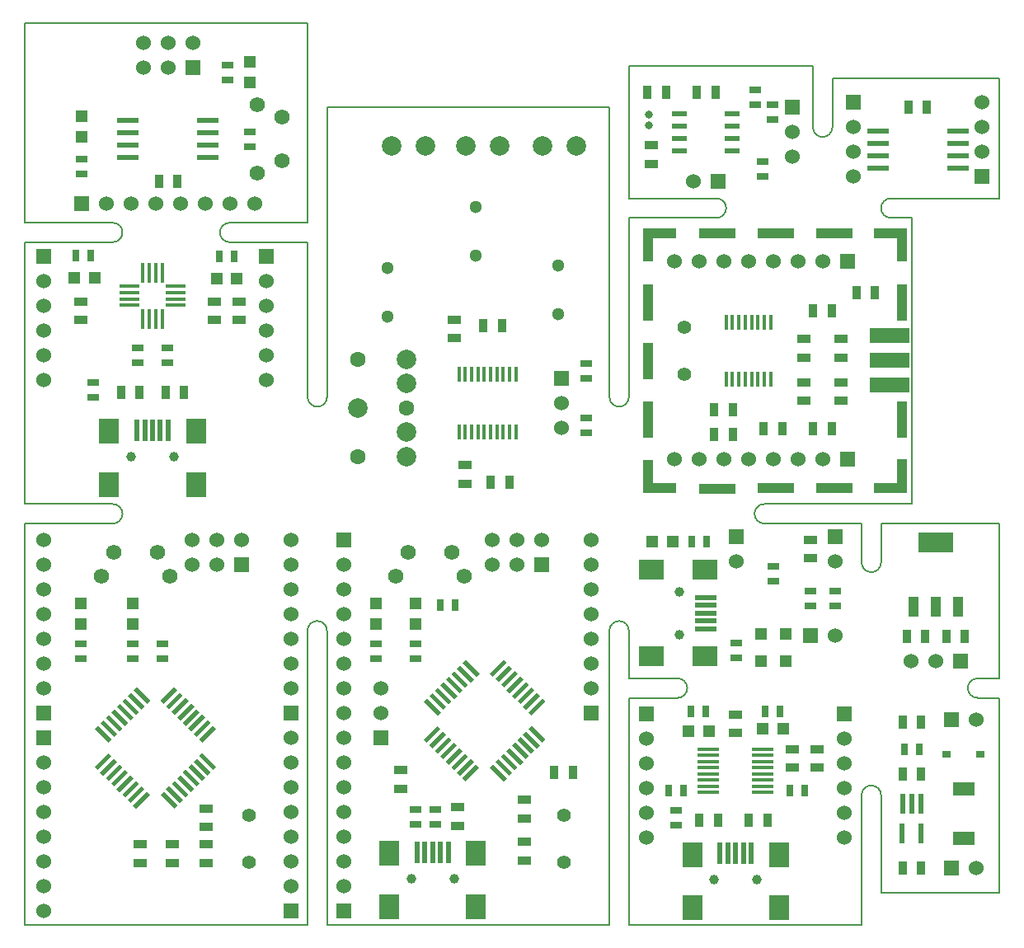
<source format=gts>
G04 (created by PCBNEW (2013-may-18)-stable) date Wed 26 Feb 2014 10:24:25 PM CET*
%MOIN*%
G04 Gerber Fmt 3.4, Leading zero omitted, Abs format*
%FSLAX34Y34*%
G01*
G70*
G90*
G04 APERTURE LIST*
%ADD10C,0.006*%
%ADD11C,0.00590551*%
%ADD12R,0.0393701X0.149606*%
%ADD13R,0.0393701X0.133858*%
%ADD14R,0.133858X0.0393701*%
%ADD15R,0.0393701X0.125984*%
%ADD16R,0.149606X0.0393701*%
%ADD17R,0.055X0.035*%
%ADD18R,0.035X0.055*%
%ADD19C,0.0511811*%
%ADD20R,0.0472X0.0472*%
%ADD21R,0.0472441X0.0472441*%
%ADD22R,0.038189X0.0255906*%
%ADD23R,0.0866142X0.019685*%
%ADD24R,0.0984X0.0787*%
%ADD25R,0.0886X0.0197*%
%ADD26C,0.0394*%
%ADD27R,0.0787X0.0984*%
%ADD28R,0.0197X0.0886*%
%ADD29R,0.159843X0.0598425*%
%ADD30C,0.0629921*%
%ADD31C,0.0787402*%
%ADD32R,0.06X0.06*%
%ADD33C,0.06*%
%ADD34R,0.0866142X0.0551181*%
%ADD35C,0.062*%
%ADD36R,0.0866142X0.015748*%
%ADD37R,0.0177165X0.0590551*%
%ADD38R,0.023622X0.0787402*%
%ADD39R,0.144X0.08*%
%ADD40R,0.04X0.08*%
%ADD41R,0.0787402X0.011811*%
%ADD42R,0.011811X0.0787402*%
%ADD43R,0.0610236X0.023622*%
%ADD44C,0.056*%
%ADD45C,0.0314961*%
%ADD46R,0.025X0.045*%
%ADD47R,0.045X0.025*%
G04 APERTURE END LIST*
G54D10*
G54D11*
X33858Y-46181D02*
X33858Y-53976D01*
X34645Y-46181D02*
G75*
G03X34251Y-45787I-393J0D01*
G74*
G01*
X34251Y-45787D02*
G75*
G03X33858Y-46181I0J-393D01*
G74*
G01*
X34645Y-48110D02*
X34645Y-46181D01*
X36614Y-48110D02*
X34645Y-48110D01*
X37007Y-48503D02*
G75*
G03X36614Y-48110I-393J0D01*
G74*
G01*
X36614Y-48897D02*
G75*
G03X37007Y-48503I0J393D01*
G74*
G01*
X34645Y-48897D02*
X36614Y-48897D01*
X34645Y-53976D02*
X34645Y-48897D01*
X44055Y-41850D02*
X40118Y-41850D01*
X44842Y-52834D02*
X44842Y-56771D01*
X44842Y-52834D02*
G75*
G03X44448Y-52440I-393J0D01*
G74*
G01*
X44448Y-52440D02*
G75*
G03X44055Y-52834I0J-393D01*
G74*
G01*
X44055Y-56771D02*
X44055Y-52834D01*
X44842Y-43425D02*
X44842Y-41850D01*
X44448Y-43818D02*
G75*
G03X44842Y-43425I0J393D01*
G74*
G01*
X44055Y-43425D02*
G75*
G03X44448Y-43818I393J0D01*
G74*
G01*
X44055Y-41850D02*
X44055Y-43425D01*
X40118Y-41062D02*
X44094Y-41062D01*
X40118Y-41062D02*
G75*
G03X39724Y-41456I0J-393D01*
G74*
G01*
X39724Y-41456D02*
G75*
G03X40118Y-41850I393J0D01*
G74*
G01*
X46102Y-28700D02*
X45236Y-28700D01*
X45236Y-28700D02*
G75*
G03X44842Y-29094I0J-393D01*
G74*
G01*
X44842Y-29094D02*
G75*
G03X45236Y-29488I393J0D01*
G74*
G01*
X46102Y-29488D02*
X45236Y-29488D01*
X46102Y-41062D02*
X46102Y-29488D01*
X42086Y-23346D02*
X34645Y-23346D01*
X42086Y-25826D02*
X42086Y-23346D01*
X42086Y-25826D02*
G75*
G03X42480Y-26220I393J0D01*
G74*
G01*
X42480Y-26220D02*
G75*
G03X42874Y-25826I0J393D01*
G74*
G01*
X42874Y-23858D02*
X42874Y-25826D01*
X43385Y-23858D02*
X42874Y-23858D01*
X34645Y-28700D02*
X34645Y-25000D01*
X38188Y-28700D02*
X34645Y-28700D01*
X38582Y-29094D02*
G75*
G03X38188Y-28700I-393J0D01*
G74*
G01*
X38188Y-29488D02*
G75*
G03X38582Y-29094I0J393D01*
G74*
G01*
X34645Y-29488D02*
X38188Y-29488D01*
X34645Y-36732D02*
X34645Y-29488D01*
X34251Y-37125D02*
G75*
G03X34645Y-36732I0J393D01*
G74*
G01*
X33858Y-36732D02*
G75*
G03X34251Y-37125I393J0D01*
G74*
G01*
X33858Y-25000D02*
X33858Y-36732D01*
X21653Y-36732D02*
X21653Y-30472D01*
X22440Y-36732D02*
X22440Y-25000D01*
X22047Y-37125D02*
G75*
G03X22440Y-36732I0J393D01*
G74*
G01*
X21653Y-36732D02*
G75*
G03X22047Y-37125I393J0D01*
G74*
G01*
X22440Y-55944D02*
X22440Y-46181D01*
X21653Y-46141D02*
X21653Y-55944D01*
X22086Y-45787D02*
G75*
G03X21653Y-46141I-39J-393D01*
G74*
G01*
X22440Y-46181D02*
G75*
G03X22047Y-45787I-393J0D01*
G74*
G01*
X11811Y-41850D02*
X13779Y-41850D01*
X13779Y-41062D02*
X11771Y-41062D01*
X13779Y-41850D02*
G75*
G03X14173Y-41456I0J393D01*
G74*
G01*
X14173Y-41456D02*
G75*
G03X13779Y-41062I-393J0D01*
G74*
G01*
X18503Y-30472D02*
X21653Y-30472D01*
X21653Y-29685D02*
X18503Y-29685D01*
X13464Y-30472D02*
X13779Y-30472D01*
X13779Y-29685D02*
X13425Y-29685D01*
X13779Y-30472D02*
G75*
G03X14173Y-30078I0J393D01*
G74*
G01*
X14173Y-30078D02*
G75*
G03X13779Y-29685I-393J0D01*
G74*
G01*
X22440Y-25000D02*
X33858Y-25000D01*
X18110Y-30078D02*
G75*
G03X18503Y-30472I393J0D01*
G74*
G01*
X18503Y-29685D02*
G75*
G03X18110Y-30078I0J-393D01*
G74*
G01*
X21653Y-25000D02*
X21653Y-29685D01*
X49606Y-56771D02*
X49606Y-48897D01*
X44055Y-56771D02*
X44055Y-57086D01*
X49606Y-56771D02*
X44842Y-56771D01*
X43385Y-23858D02*
X49606Y-23858D01*
X44133Y-41062D02*
X44094Y-41062D01*
X21653Y-55984D02*
X21653Y-55944D01*
X22440Y-55984D02*
X22440Y-55944D01*
X34645Y-54015D02*
X34645Y-53976D01*
X33858Y-54015D02*
X33858Y-53976D01*
X44055Y-57125D02*
X44055Y-57086D01*
X10236Y-41850D02*
X10236Y-58070D01*
X11811Y-41850D02*
X10236Y-41850D01*
X11771Y-41062D02*
X11692Y-41062D01*
X10236Y-41062D02*
X11692Y-41062D01*
X10236Y-30472D02*
X10236Y-41062D01*
X13464Y-30472D02*
X10236Y-30472D01*
X12480Y-29685D02*
X13425Y-29685D01*
X10236Y-29685D02*
X12480Y-29685D01*
X10236Y-21614D02*
X10236Y-29685D01*
X21653Y-21614D02*
X10236Y-21614D01*
X21653Y-25000D02*
X21653Y-21614D01*
X34645Y-24685D02*
X34645Y-25000D01*
X34645Y-23346D02*
X34645Y-24685D01*
X49606Y-28700D02*
X49606Y-23858D01*
X49606Y-28700D02*
X46102Y-28700D01*
X44133Y-41062D02*
X46102Y-41062D01*
X49606Y-41850D02*
X44842Y-41850D01*
X49606Y-48110D02*
X49606Y-41850D01*
X48740Y-48110D02*
X49606Y-48110D01*
X49015Y-48897D02*
X48740Y-48897D01*
X48740Y-48110D02*
G75*
G03X48346Y-48503I0J-393D01*
G74*
G01*
X48346Y-48503D02*
G75*
G03X48740Y-48897I393J0D01*
G74*
G01*
X49606Y-48897D02*
X49015Y-48897D01*
X44055Y-57322D02*
X44055Y-57125D01*
X44055Y-58070D02*
X44055Y-57322D01*
X34645Y-58070D02*
X44055Y-58070D01*
X34645Y-54015D02*
X34645Y-58070D01*
X33858Y-54015D02*
X33858Y-58070D01*
X22440Y-58070D02*
X33858Y-58070D01*
X22440Y-55984D02*
X22440Y-58070D01*
X21653Y-55984D02*
X21653Y-58070D01*
X10236Y-58070D02*
X21653Y-58070D01*
G54D12*
X35419Y-32916D03*
X35419Y-35278D03*
X35419Y-37641D03*
G54D13*
X35419Y-30593D03*
G54D14*
X35892Y-30121D03*
X35892Y-40396D03*
G54D15*
X35419Y-39924D03*
G54D16*
X38215Y-30121D03*
X40577Y-30121D03*
X42939Y-30121D03*
G54D14*
X45223Y-30121D03*
G54D16*
X38215Y-40436D03*
X40577Y-40396D03*
X42939Y-40396D03*
G54D14*
X45223Y-40396D03*
G54D13*
X45695Y-30593D03*
G54D12*
X45695Y-32916D03*
X45695Y-37641D03*
G54D13*
X45695Y-39924D03*
G54D17*
X42000Y-42502D03*
X42000Y-43252D03*
X41266Y-51721D03*
X41266Y-50971D03*
X42266Y-51721D03*
X42266Y-50971D03*
G54D18*
X38241Y-53846D03*
X37491Y-53846D03*
X39491Y-53846D03*
X40241Y-53846D03*
G54D17*
X38966Y-50321D03*
X38966Y-49571D03*
G54D18*
X38852Y-37258D03*
X38102Y-37258D03*
X38852Y-38258D03*
X38102Y-38258D03*
X43852Y-32508D03*
X44602Y-32508D03*
X40102Y-38008D03*
X40852Y-38008D03*
G54D17*
X41727Y-35133D03*
X41727Y-34383D03*
X43227Y-35133D03*
X43227Y-34383D03*
G54D18*
X42102Y-38008D03*
X42852Y-38008D03*
X45708Y-55783D03*
X46458Y-55783D03*
X45708Y-51983D03*
X46458Y-51983D03*
X46458Y-49883D03*
X45708Y-49883D03*
X47487Y-46417D03*
X48237Y-46417D03*
X46637Y-46417D03*
X45887Y-46417D03*
G54D17*
X16200Y-54825D03*
X16200Y-55575D03*
X14900Y-54825D03*
X14900Y-55575D03*
X17559Y-54115D03*
X17559Y-53365D03*
X17559Y-55571D03*
X17559Y-54821D03*
G54D18*
X31632Y-51929D03*
X32382Y-51929D03*
G54D17*
X27710Y-53325D03*
X27710Y-54075D03*
X25410Y-51825D03*
X25410Y-52575D03*
X30410Y-55475D03*
X30410Y-54725D03*
X30410Y-53775D03*
X30410Y-53025D03*
G54D18*
X15639Y-28007D03*
X16389Y-28007D03*
X46699Y-25018D03*
X45949Y-25018D03*
G54D17*
X17887Y-32867D03*
X17887Y-33617D03*
X18887Y-32867D03*
X18887Y-33617D03*
G54D18*
X14862Y-36542D03*
X14112Y-36542D03*
X15912Y-36542D03*
X16662Y-36542D03*
G54D17*
X12487Y-32867D03*
X12487Y-33617D03*
G54D18*
X28758Y-33858D03*
X29508Y-33858D03*
G54D19*
X24901Y-31496D03*
X24901Y-33464D03*
G54D17*
X28030Y-40245D03*
X28030Y-39495D03*
G54D19*
X28444Y-31003D03*
X28444Y-29035D03*
G54D17*
X27598Y-33601D03*
X27598Y-34351D03*
G54D19*
X31791Y-33366D03*
X31791Y-31397D03*
G54D18*
X29055Y-40170D03*
X29805Y-40170D03*
X35388Y-24429D03*
X36138Y-24429D03*
G54D17*
X35563Y-26554D03*
X35563Y-27304D03*
G54D18*
X38138Y-24429D03*
X37388Y-24429D03*
G54D20*
X36413Y-42577D03*
X35587Y-42577D03*
G54D21*
X40000Y-47429D03*
X40000Y-46326D03*
X41000Y-47429D03*
X41000Y-46326D03*
G54D20*
X40885Y-50157D03*
X40059Y-50157D03*
X37053Y-50246D03*
X37879Y-50246D03*
G54D22*
X48868Y-51183D03*
X47498Y-51183D03*
G54D20*
X14600Y-45913D03*
X14600Y-45087D03*
X12500Y-45913D03*
X12500Y-45087D03*
X26010Y-45913D03*
X26010Y-45087D03*
X24410Y-45913D03*
X24410Y-45087D03*
X19314Y-23194D03*
X19314Y-24020D03*
X12514Y-26220D03*
X12514Y-25394D03*
X18800Y-31942D03*
X17974Y-31942D03*
X12224Y-31929D03*
X13050Y-31929D03*
G54D23*
X14400Y-27057D03*
X14400Y-26557D03*
X14400Y-26057D03*
X14400Y-25557D03*
X17628Y-27057D03*
X17628Y-26557D03*
X17628Y-26057D03*
X17628Y-25557D03*
G54D24*
X35570Y-47229D03*
X37716Y-47229D03*
X35570Y-43725D03*
X37716Y-43725D03*
G54D25*
X37765Y-45477D03*
X37765Y-45792D03*
X37765Y-46107D03*
X37765Y-45162D03*
X37765Y-44847D03*
G54D26*
X36700Y-46343D03*
X36700Y-44611D03*
G54D27*
X40718Y-57376D03*
X40718Y-55230D03*
X37214Y-57376D03*
X37214Y-55230D03*
G54D28*
X38966Y-55181D03*
X39281Y-55181D03*
X39596Y-55181D03*
X38651Y-55181D03*
X38336Y-55181D03*
G54D26*
X39832Y-56246D03*
X38100Y-56246D03*
G54D29*
X45177Y-34258D03*
X45177Y-35258D03*
X45177Y-36258D03*
X45177Y-34258D03*
X45177Y-36258D03*
G54D27*
X28462Y-57330D03*
X28462Y-55184D03*
X24958Y-57330D03*
X24958Y-55184D03*
G54D28*
X26710Y-55135D03*
X27025Y-55135D03*
X27340Y-55135D03*
X26395Y-55135D03*
X26080Y-55135D03*
G54D26*
X27576Y-56200D03*
X25844Y-56200D03*
G54D27*
X17139Y-40272D03*
X17139Y-38126D03*
X13635Y-40272D03*
X13635Y-38126D03*
G54D28*
X15387Y-38077D03*
X15702Y-38077D03*
X16017Y-38077D03*
X15072Y-38077D03*
X14757Y-38077D03*
G54D26*
X16253Y-39142D03*
X14521Y-39142D03*
G54D30*
X23689Y-35202D03*
X23689Y-39139D03*
X25658Y-37170D03*
G54D31*
X23689Y-37170D03*
X25658Y-39139D03*
X25658Y-38155D03*
X25658Y-36186D03*
X25658Y-35202D03*
G54D32*
X48062Y-47417D03*
G54D33*
X47062Y-47417D03*
X46062Y-47417D03*
G54D32*
X24610Y-50500D03*
G54D33*
X24610Y-49500D03*
X24610Y-48500D03*
G54D32*
X31930Y-35970D03*
G54D33*
X31930Y-36970D03*
X31930Y-37970D03*
G54D32*
X41263Y-25029D03*
G54D33*
X41263Y-26029D03*
X41263Y-27029D03*
G54D18*
X42852Y-33258D03*
X42102Y-33258D03*
G54D17*
X41727Y-36133D03*
X41727Y-36883D03*
X43227Y-36133D03*
X43227Y-36883D03*
G54D34*
X48183Y-54587D03*
X48183Y-52579D03*
G54D32*
X43000Y-42377D03*
G54D33*
X43000Y-43377D03*
G54D32*
X39000Y-42377D03*
G54D33*
X39000Y-43377D03*
G54D32*
X42000Y-46377D03*
G54D33*
X43000Y-46377D03*
G54D32*
X35366Y-49546D03*
G54D33*
X35366Y-50546D03*
X35366Y-51546D03*
X35366Y-52546D03*
X35366Y-53546D03*
X35366Y-54546D03*
G54D32*
X43366Y-49546D03*
G54D33*
X43366Y-50546D03*
X43366Y-51546D03*
X43366Y-52546D03*
X43366Y-53546D03*
X43366Y-54546D03*
G54D32*
X43477Y-31258D03*
G54D33*
X42477Y-31258D03*
X41477Y-31258D03*
X40477Y-31258D03*
X39477Y-31258D03*
X38477Y-31258D03*
X37477Y-31258D03*
X36477Y-31258D03*
G54D32*
X43477Y-39258D03*
G54D33*
X42477Y-39258D03*
X41477Y-39258D03*
X40477Y-39258D03*
X39477Y-39258D03*
X38477Y-39258D03*
X37477Y-39258D03*
X36477Y-39258D03*
G54D32*
X47683Y-55783D03*
G54D33*
X48683Y-55783D03*
G54D32*
X47683Y-49783D03*
G54D33*
X48683Y-49783D03*
G54D32*
X11000Y-49500D03*
G54D33*
X11000Y-48500D03*
X11000Y-47500D03*
X11000Y-46500D03*
X11000Y-45500D03*
X11000Y-44500D03*
X11000Y-43500D03*
X11000Y-42500D03*
G54D32*
X21000Y-49500D03*
G54D33*
X21000Y-48500D03*
X21000Y-47500D03*
X21000Y-46500D03*
X21000Y-45500D03*
X21000Y-44500D03*
X21000Y-43500D03*
X21000Y-42500D03*
G54D32*
X11000Y-50500D03*
G54D33*
X11000Y-51500D03*
X11000Y-52500D03*
X11000Y-53500D03*
X11000Y-54500D03*
X11000Y-55500D03*
X11000Y-56500D03*
X11000Y-57500D03*
G54D32*
X21000Y-57500D03*
G54D33*
X21000Y-56500D03*
X21000Y-55500D03*
X21000Y-54500D03*
X21000Y-53500D03*
X21000Y-52500D03*
X21000Y-51500D03*
X21000Y-50500D03*
G54D32*
X19000Y-43500D03*
G54D33*
X18000Y-43500D03*
X17000Y-43500D03*
X19000Y-42500D03*
X18000Y-42500D03*
X17000Y-42500D03*
G54D32*
X23110Y-42500D03*
G54D33*
X23110Y-43500D03*
X23110Y-44500D03*
X23110Y-45500D03*
X23110Y-46500D03*
X23110Y-47500D03*
X23110Y-48500D03*
X23110Y-49500D03*
G54D32*
X23110Y-57500D03*
G54D33*
X23110Y-56500D03*
X23110Y-55500D03*
X23110Y-54500D03*
X23110Y-53500D03*
X23110Y-52500D03*
X23110Y-51500D03*
X23110Y-50500D03*
G54D32*
X33110Y-49500D03*
G54D33*
X33110Y-48500D03*
X33110Y-47500D03*
X33110Y-46500D03*
X33110Y-45500D03*
X33110Y-44500D03*
X33110Y-43500D03*
X33110Y-42500D03*
G54D32*
X31110Y-43500D03*
G54D33*
X30110Y-43500D03*
X29110Y-43500D03*
X31110Y-42500D03*
X30110Y-42500D03*
X29110Y-42500D03*
G54D32*
X12514Y-28907D03*
G54D33*
X13514Y-28907D03*
X14514Y-28907D03*
X15514Y-28907D03*
X16514Y-28907D03*
X17514Y-28907D03*
X18514Y-28907D03*
X19514Y-28907D03*
G54D32*
X17014Y-23407D03*
G54D33*
X16014Y-23407D03*
X15014Y-23407D03*
X17014Y-22407D03*
X16014Y-22407D03*
X15014Y-22407D03*
G54D32*
X43724Y-24818D03*
G54D33*
X43724Y-25818D03*
X43724Y-26818D03*
X43724Y-27818D03*
G54D32*
X48924Y-27818D03*
G54D33*
X48924Y-26818D03*
X48924Y-25818D03*
X48924Y-24818D03*
G54D32*
X10987Y-31042D03*
G54D33*
X10987Y-32042D03*
X10987Y-33042D03*
X10987Y-34042D03*
X10987Y-35042D03*
X10987Y-36042D03*
G54D32*
X19987Y-31042D03*
G54D33*
X19987Y-32042D03*
X19987Y-33042D03*
X19987Y-34042D03*
X19987Y-35042D03*
X19987Y-36042D03*
G54D31*
X26419Y-26570D03*
X25041Y-26570D03*
X29419Y-26570D03*
X28041Y-26570D03*
X32519Y-26570D03*
X31141Y-26570D03*
G54D32*
X38263Y-28029D03*
G54D33*
X37263Y-28029D03*
G54D35*
X16080Y-43980D03*
X13320Y-43980D03*
X13815Y-43000D03*
X15585Y-43000D03*
X27990Y-43980D03*
X25230Y-43980D03*
X25725Y-43000D03*
X27495Y-43000D03*
X19634Y-27687D03*
X19634Y-24927D03*
X20614Y-25422D03*
X20614Y-27192D03*
G54D36*
X37864Y-50972D03*
X37864Y-51222D03*
X37864Y-51472D03*
X37864Y-51722D03*
X37864Y-51972D03*
X37864Y-52222D03*
X37864Y-52472D03*
X37864Y-52722D03*
X40069Y-52722D03*
X40069Y-52472D03*
X40069Y-52222D03*
X40069Y-51972D03*
X40069Y-51722D03*
X40069Y-51472D03*
X40069Y-51222D03*
X40069Y-50972D03*
G54D37*
X40373Y-33697D03*
X40117Y-33697D03*
X39861Y-33697D03*
X39605Y-33697D03*
X39349Y-33697D03*
X39093Y-33697D03*
X38837Y-33697D03*
X38581Y-33697D03*
X38581Y-36020D03*
X38837Y-36020D03*
X39093Y-36020D03*
X39349Y-36020D03*
X39605Y-36020D03*
X39861Y-36020D03*
X40117Y-36020D03*
X40373Y-36020D03*
G54D38*
X46457Y-53193D03*
X46083Y-53193D03*
X45709Y-53193D03*
X45689Y-54374D03*
X46457Y-54374D03*
G54D39*
X47062Y-42617D03*
G54D40*
X47062Y-45217D03*
X47962Y-45217D03*
X46162Y-45217D03*
G54D10*
G36*
X17954Y-51683D02*
X17829Y-51808D01*
X17272Y-51252D01*
X17397Y-51126D01*
X17954Y-51683D01*
X17954Y-51683D01*
G37*
G36*
X17731Y-51906D02*
X17606Y-52031D01*
X17049Y-51474D01*
X17175Y-51349D01*
X17731Y-51906D01*
X17731Y-51906D01*
G37*
G36*
X17508Y-52128D02*
X17383Y-52254D01*
X16827Y-51697D01*
X16952Y-51572D01*
X17508Y-52128D01*
X17508Y-52128D01*
G37*
G36*
X17286Y-52351D02*
X17160Y-52476D01*
X16604Y-51920D01*
X16729Y-51795D01*
X17286Y-52351D01*
X17286Y-52351D01*
G37*
G36*
X17063Y-52574D02*
X16938Y-52699D01*
X16381Y-52143D01*
X16506Y-52017D01*
X17063Y-52574D01*
X17063Y-52574D01*
G37*
G36*
X16840Y-52797D02*
X16715Y-52922D01*
X16159Y-52365D01*
X16284Y-52240D01*
X16840Y-52797D01*
X16840Y-52797D01*
G37*
G36*
X16617Y-53019D02*
X16492Y-53145D01*
X15936Y-52588D01*
X16061Y-52463D01*
X16617Y-53019D01*
X16617Y-53019D01*
G37*
G36*
X16395Y-53242D02*
X16270Y-53367D01*
X15713Y-52811D01*
X15838Y-52686D01*
X16395Y-53242D01*
X16395Y-53242D01*
G37*
G36*
X13733Y-50578D02*
X13608Y-50703D01*
X13051Y-50146D01*
X13177Y-50021D01*
X13733Y-50578D01*
X13733Y-50578D01*
G37*
G36*
X15296Y-49015D02*
X15171Y-49140D01*
X14614Y-48584D01*
X14739Y-48459D01*
X15296Y-49015D01*
X15296Y-49015D01*
G37*
G36*
X15070Y-49241D02*
X14944Y-49366D01*
X14388Y-48810D01*
X14513Y-48685D01*
X15070Y-49241D01*
X15070Y-49241D01*
G37*
G36*
X14843Y-49468D02*
X14718Y-49593D01*
X14162Y-49036D01*
X14287Y-48911D01*
X14843Y-49468D01*
X14843Y-49468D01*
G37*
G36*
X14624Y-49687D02*
X14499Y-49812D01*
X13942Y-49255D01*
X14068Y-49130D01*
X14624Y-49687D01*
X14624Y-49687D01*
G37*
G36*
X14398Y-49913D02*
X14273Y-50038D01*
X13716Y-49482D01*
X13841Y-49357D01*
X14398Y-49913D01*
X14398Y-49913D01*
G37*
G36*
X14179Y-50132D02*
X14053Y-50257D01*
X13497Y-49701D01*
X13622Y-49576D01*
X14179Y-50132D01*
X14179Y-50132D01*
G37*
G36*
X13952Y-50359D02*
X13827Y-50484D01*
X13271Y-49927D01*
X13396Y-49802D01*
X13952Y-50359D01*
X13952Y-50359D01*
G37*
G36*
X15283Y-52814D02*
X14727Y-53370D01*
X14601Y-53245D01*
X15158Y-52688D01*
X15283Y-52814D01*
X15283Y-52814D01*
G37*
G36*
X15061Y-52592D02*
X14505Y-53148D01*
X14379Y-53023D01*
X14936Y-52466D01*
X15061Y-52592D01*
X15061Y-52592D01*
G37*
G36*
X14838Y-52368D02*
X14281Y-52925D01*
X14156Y-52799D01*
X14712Y-52243D01*
X14838Y-52368D01*
X14838Y-52368D01*
G37*
G36*
X14616Y-52146D02*
X14059Y-52703D01*
X13934Y-52577D01*
X14490Y-52021D01*
X14616Y-52146D01*
X14616Y-52146D01*
G37*
G36*
X14392Y-51923D02*
X13836Y-52479D01*
X13711Y-52354D01*
X14267Y-51798D01*
X14392Y-51923D01*
X14392Y-51923D01*
G37*
G36*
X14170Y-51701D02*
X13614Y-52257D01*
X13488Y-52132D01*
X14045Y-51575D01*
X14170Y-51701D01*
X14170Y-51701D01*
G37*
G36*
X13947Y-51477D02*
X13390Y-52034D01*
X13265Y-51909D01*
X13822Y-51352D01*
X13947Y-51477D01*
X13947Y-51477D01*
G37*
G36*
X13725Y-51255D02*
X13168Y-51812D01*
X13043Y-51687D01*
X13600Y-51130D01*
X13725Y-51255D01*
X13725Y-51255D01*
G37*
G36*
X17955Y-50139D02*
X17398Y-50696D01*
X17273Y-50571D01*
X17829Y-50014D01*
X17955Y-50139D01*
X17955Y-50139D01*
G37*
G36*
X17735Y-49920D02*
X17179Y-50477D01*
X17054Y-50351D01*
X17610Y-49795D01*
X17735Y-49920D01*
X17735Y-49920D01*
G37*
G36*
X17509Y-49694D02*
X16953Y-50250D01*
X16827Y-50125D01*
X17384Y-49569D01*
X17509Y-49694D01*
X17509Y-49694D01*
G37*
G36*
X17290Y-49475D02*
X16733Y-50031D01*
X16608Y-49906D01*
X17165Y-49350D01*
X17290Y-49475D01*
X17290Y-49475D01*
G37*
G36*
X17071Y-49255D02*
X16514Y-49812D01*
X16389Y-49687D01*
X16946Y-49130D01*
X17071Y-49255D01*
X17071Y-49255D01*
G37*
G36*
X16844Y-49029D02*
X16288Y-49586D01*
X16163Y-49461D01*
X16719Y-48904D01*
X16844Y-49029D01*
X16844Y-49029D01*
G37*
G36*
X16618Y-48803D02*
X16062Y-49359D01*
X15936Y-49234D01*
X16493Y-48678D01*
X16618Y-48803D01*
X16618Y-48803D01*
G37*
G36*
X16392Y-48577D02*
X15835Y-49133D01*
X15710Y-49008D01*
X16267Y-48451D01*
X16392Y-48577D01*
X16392Y-48577D01*
G37*
G36*
X31264Y-50583D02*
X31139Y-50708D01*
X30582Y-50152D01*
X30708Y-50026D01*
X31264Y-50583D01*
X31264Y-50583D01*
G37*
G36*
X31041Y-50806D02*
X30916Y-50931D01*
X30360Y-50374D01*
X30485Y-50249D01*
X31041Y-50806D01*
X31041Y-50806D01*
G37*
G36*
X30819Y-51028D02*
X30693Y-51154D01*
X30137Y-50597D01*
X30262Y-50472D01*
X30819Y-51028D01*
X30819Y-51028D01*
G37*
G36*
X30596Y-51251D02*
X30471Y-51376D01*
X29914Y-50820D01*
X30039Y-50695D01*
X30596Y-51251D01*
X30596Y-51251D01*
G37*
G36*
X30373Y-51474D02*
X30248Y-51599D01*
X29691Y-51043D01*
X29817Y-50917D01*
X30373Y-51474D01*
X30373Y-51474D01*
G37*
G36*
X30150Y-51697D02*
X30025Y-51822D01*
X29469Y-51265D01*
X29594Y-51140D01*
X30150Y-51697D01*
X30150Y-51697D01*
G37*
G36*
X29928Y-51919D02*
X29803Y-52045D01*
X29246Y-51488D01*
X29371Y-51363D01*
X29928Y-51919D01*
X29928Y-51919D01*
G37*
G36*
X29705Y-52142D02*
X29580Y-52267D01*
X29023Y-51711D01*
X29148Y-51586D01*
X29705Y-52142D01*
X29705Y-52142D01*
G37*
G36*
X27043Y-49478D02*
X26918Y-49603D01*
X26362Y-49046D01*
X26487Y-48921D01*
X27043Y-49478D01*
X27043Y-49478D01*
G37*
G36*
X28606Y-47915D02*
X28481Y-48040D01*
X27924Y-47484D01*
X28050Y-47359D01*
X28606Y-47915D01*
X28606Y-47915D01*
G37*
G36*
X28380Y-48141D02*
X28255Y-48266D01*
X27698Y-47710D01*
X27823Y-47585D01*
X28380Y-48141D01*
X28380Y-48141D01*
G37*
G36*
X28154Y-48368D02*
X28028Y-48493D01*
X27472Y-47936D01*
X27597Y-47811D01*
X28154Y-48368D01*
X28154Y-48368D01*
G37*
G36*
X27934Y-48587D02*
X27809Y-48712D01*
X27253Y-48155D01*
X27378Y-48030D01*
X27934Y-48587D01*
X27934Y-48587D01*
G37*
G36*
X27708Y-48813D02*
X27583Y-48938D01*
X27026Y-48382D01*
X27152Y-48257D01*
X27708Y-48813D01*
X27708Y-48813D01*
G37*
G36*
X27489Y-49032D02*
X27364Y-49157D01*
X26807Y-48601D01*
X26932Y-48476D01*
X27489Y-49032D01*
X27489Y-49032D01*
G37*
G36*
X27263Y-49259D02*
X27137Y-49384D01*
X26581Y-48827D01*
X26706Y-48702D01*
X27263Y-49259D01*
X27263Y-49259D01*
G37*
G36*
X28593Y-51714D02*
X28037Y-52270D01*
X27912Y-52145D01*
X28468Y-51588D01*
X28593Y-51714D01*
X28593Y-51714D01*
G37*
G36*
X28371Y-51492D02*
X27815Y-52048D01*
X27690Y-51923D01*
X28246Y-51366D01*
X28371Y-51492D01*
X28371Y-51492D01*
G37*
G36*
X28148Y-51268D02*
X27591Y-51825D01*
X27466Y-51699D01*
X28023Y-51143D01*
X28148Y-51268D01*
X28148Y-51268D01*
G37*
G36*
X27926Y-51046D02*
X27369Y-51603D01*
X27244Y-51477D01*
X27801Y-50921D01*
X27926Y-51046D01*
X27926Y-51046D01*
G37*
G36*
X27702Y-50823D02*
X27146Y-51379D01*
X27021Y-51254D01*
X27577Y-50698D01*
X27702Y-50823D01*
X27702Y-50823D01*
G37*
G36*
X27480Y-50601D02*
X26924Y-51157D01*
X26799Y-51032D01*
X27355Y-50475D01*
X27480Y-50601D01*
X27480Y-50601D01*
G37*
G36*
X27257Y-50377D02*
X26700Y-50934D01*
X26575Y-50809D01*
X27132Y-50252D01*
X27257Y-50377D01*
X27257Y-50377D01*
G37*
G36*
X27035Y-50155D02*
X26478Y-50712D01*
X26353Y-50587D01*
X26910Y-50030D01*
X27035Y-50155D01*
X27035Y-50155D01*
G37*
G36*
X31265Y-49039D02*
X30708Y-49596D01*
X30583Y-49471D01*
X31140Y-48914D01*
X31265Y-49039D01*
X31265Y-49039D01*
G37*
G36*
X31046Y-48820D02*
X30489Y-49377D01*
X30364Y-49251D01*
X30920Y-48695D01*
X31046Y-48820D01*
X31046Y-48820D01*
G37*
G36*
X30819Y-48594D02*
X30263Y-49150D01*
X30138Y-49025D01*
X30694Y-48469D01*
X30819Y-48594D01*
X30819Y-48594D01*
G37*
G36*
X30600Y-48375D02*
X30044Y-48931D01*
X29918Y-48806D01*
X30475Y-48250D01*
X30600Y-48375D01*
X30600Y-48375D01*
G37*
G36*
X30381Y-48155D02*
X29824Y-48712D01*
X29699Y-48587D01*
X30256Y-48030D01*
X30381Y-48155D01*
X30381Y-48155D01*
G37*
G36*
X30155Y-47929D02*
X29598Y-48486D01*
X29473Y-48361D01*
X30029Y-47804D01*
X30155Y-47929D01*
X30155Y-47929D01*
G37*
G36*
X29928Y-47703D02*
X29372Y-48259D01*
X29247Y-48134D01*
X29803Y-47578D01*
X29928Y-47703D01*
X29928Y-47703D01*
G37*
G36*
X29702Y-47477D02*
X29146Y-48033D01*
X29020Y-47908D01*
X29577Y-47351D01*
X29702Y-47477D01*
X29702Y-47477D01*
G37*
G54D23*
X47938Y-25968D03*
X47938Y-26468D03*
X47938Y-26968D03*
X47938Y-27468D03*
X44710Y-25968D03*
X44710Y-26468D03*
X44710Y-26968D03*
X44710Y-27468D03*
G54D41*
X14442Y-32258D03*
X14442Y-32514D03*
X14442Y-32770D03*
X14442Y-33026D03*
G54D42*
X15003Y-33587D03*
X15259Y-33587D03*
X15515Y-33587D03*
X15771Y-33587D03*
G54D41*
X16332Y-33026D03*
X16332Y-32770D03*
X16332Y-32514D03*
X16332Y-32258D03*
G54D42*
X15515Y-31697D03*
X15259Y-31697D03*
X15003Y-31697D03*
X15771Y-31697D03*
G54D37*
X27779Y-38132D03*
X28035Y-38132D03*
X28290Y-38132D03*
X28546Y-38132D03*
X28802Y-38132D03*
X29058Y-38132D03*
X29314Y-38132D03*
X29570Y-38132D03*
X29826Y-38132D03*
X30082Y-38132D03*
X30082Y-35809D03*
X29826Y-35809D03*
X29570Y-35809D03*
X29314Y-35809D03*
X29058Y-35809D03*
X28802Y-35809D03*
X28546Y-35809D03*
X28290Y-35809D03*
X28035Y-35809D03*
X27779Y-35809D03*
G54D43*
X36700Y-25279D03*
X36700Y-25779D03*
X36700Y-26279D03*
X36700Y-26779D03*
X38826Y-26779D03*
X38826Y-26279D03*
X38826Y-25779D03*
X38826Y-25279D03*
G54D44*
X36877Y-33897D03*
X36877Y-35819D03*
X19300Y-55561D03*
X19300Y-53639D03*
X32010Y-53639D03*
X32010Y-55561D03*
G54D45*
X35463Y-25745D03*
X35463Y-25312D03*
G54D46*
X37800Y-42577D03*
X37200Y-42577D03*
G54D47*
X40500Y-44177D03*
X40500Y-43577D03*
X42000Y-44577D03*
X42000Y-45177D03*
X43000Y-44577D03*
X43000Y-45177D03*
X39000Y-47277D03*
X39000Y-46677D03*
G54D46*
X40166Y-49446D03*
X40766Y-49446D03*
X37766Y-49446D03*
X37166Y-49446D03*
G54D47*
X36566Y-53446D03*
X36566Y-54046D03*
G54D46*
X41166Y-52646D03*
X41766Y-52646D03*
X36866Y-52646D03*
X36266Y-52646D03*
X45783Y-50983D03*
X46383Y-50983D03*
G54D47*
X14600Y-47300D03*
X14600Y-46700D03*
X12500Y-47300D03*
X12500Y-46700D03*
X15800Y-47300D03*
X15800Y-46700D03*
X26010Y-54000D03*
X26010Y-53400D03*
X26810Y-54000D03*
X26810Y-53400D03*
X26010Y-47300D03*
X26010Y-46700D03*
X24410Y-47300D03*
X24410Y-46700D03*
G54D46*
X27622Y-45157D03*
X27022Y-45157D03*
G54D47*
X18414Y-23907D03*
X18414Y-23307D03*
X12514Y-27707D03*
X12514Y-27107D03*
X19314Y-26007D03*
X19314Y-26607D03*
G54D46*
X18087Y-31042D03*
X18687Y-31042D03*
X12298Y-31023D03*
X12898Y-31023D03*
G54D47*
X12987Y-36142D03*
X12987Y-36742D03*
X15987Y-34742D03*
X15987Y-35342D03*
X14787Y-34742D03*
X14787Y-35342D03*
X32930Y-35370D03*
X32930Y-35970D03*
X32930Y-37570D03*
X32930Y-38170D03*
X39763Y-24329D03*
X39763Y-24929D03*
X40463Y-24929D03*
X40463Y-25529D03*
X40063Y-27829D03*
X40063Y-27229D03*
M02*

</source>
